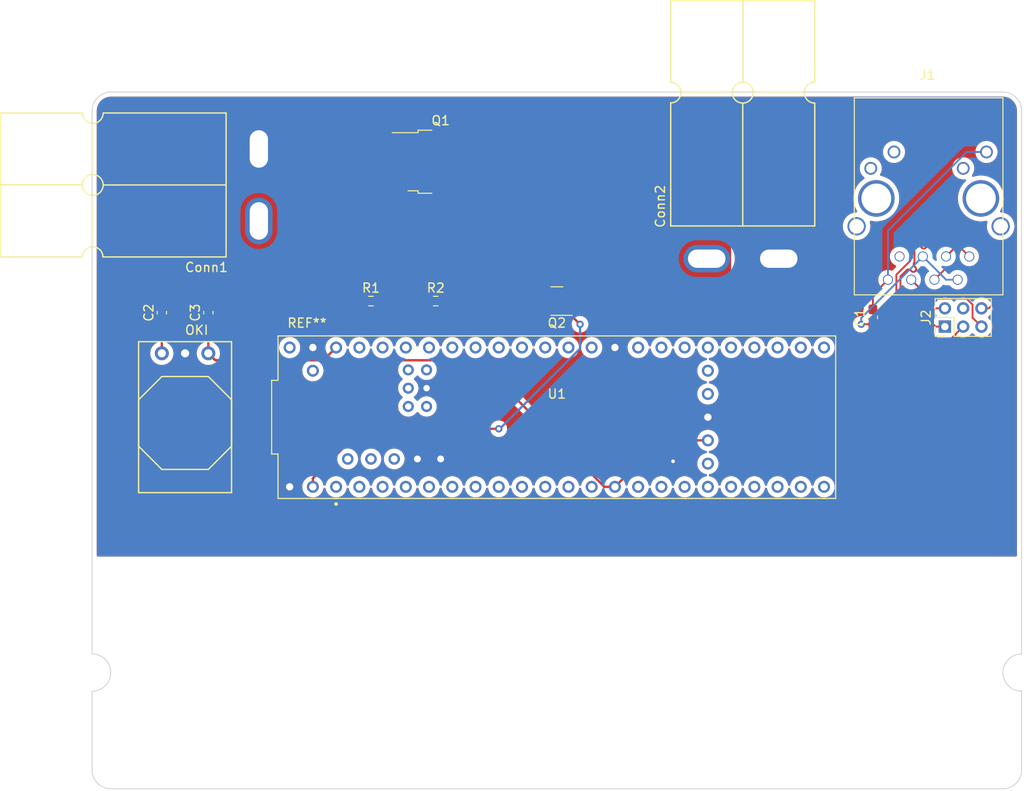
<source format=kicad_pcb>
(kicad_pcb (version 20211014) (generator pcbnew)
  (layers (0 "F.Cu" signal) (31 "B.Cu" signal) (34 "B.Paste" user) (35 "F.Paste" user) (36 "B.SilkS" user "B.Silkscreen") (37 "F.SilkS" user "F.Silkscreen") (38 "B.Mask" user) (39 "F.Mask" user) (44 "Edge.Cuts" user))
  (net 0 "")
  (net 1 "Net-(C1-Pad1)")
  (net 2 "Net-(C1-Pad2)")
  (net 3 "GND")
  (net 4 "+36V")
  (net 5 "Net-(Conn2-Pad4)")
  (net 8 "Net-(J1-Pad10)")
  (net 10 "/Tx+")
  (net 11 "/Tx-")
  (net 13 "/Rx+")
  (net 14 "/Rx-")
  (net 15 "Net-(Q1-Pad1)")
  (net 16 "M1_EN")
  (net 17 "Net-(Q2-Pad3)")
  (net 22 "+3V3")
  (footprint "MRDT_Connectors:Square_Anderson_2_H_Side_By_Side_PV" (layer "F.Cu") (at 99.6278 69.423)
    (fp_text reference "Conn1" (at -5.85 13.25) (layer "F.SilkS"))
    (fp_text value "AndersonPP")
    (fp_line (start -28.3186 4.2116) (end -19.4286 4.2116) (layer "F.SilkS") (width 0.15))
    (fp_line (start -16.025 -3.637) (end -17.1172 -3.637) (layer "F.SilkS") (width 0.15))
    (fp_line (start -18.2856 9.7996) (end -18.2856 10.968) (layer "F.SilkS") (width 0.15))
    (fp_line (start -18.2856 6.523) (end -18.2856 9.825) (layer "F.SilkS") (width 0.15))
    (fp_line (start -19.4286 -3.637) (end -20.6478 -3.637) (layer "F.SilkS") (width 0.15))
    (fp_line (start -3.706 -3.637) (end -3.706 12.111) (layer "F.SilkS") (width 0.15))
    (fp_line (start -18.2856 6.523) (end -18.2856 5.38) (layer "F.SilkS") (width 0.15))
    (fp_line (start -15.9742 12.111) (end -17.168 12.111) (layer "F.SilkS") (width 0.15))
    (fp_line (start -28.3186 -3.637) (end -20.5716 -3.637) (layer "F.SilkS") (width 0.15))
    (fp_line (start -15.9996 12.111) (end -3.706 12.111) (layer "F.SilkS") (width 0.15))
    (fp_line (start -18.2856 1.951) (end -18.2856 3.094) (layer "F.SilkS") (width 0.15))
    (fp_line (start -15.9996 4.237) (end -17.1426 4.237) (layer "F.SilkS") (width 0.15))
    (fp_line (start -15.9996 -3.637) (end -3.706 -3.637) (layer "F.SilkS") (width 0.15))
    (fp_line (start -28.344 -3.637) (end -28.344 12.111) (layer "F.SilkS") (width 0.15))
    (fp_line (start -18.2856 1.951) (end -18.2856 -1.3256) (layer "F.SilkS") (width 0.15))
    (fp_line (start -20.597 12.111) (end -19.4286 12.111) (layer "F.SilkS") (width 0.15))
    (fp_line (start -15.9996 4.237) (end -3.706 4.237) (layer "F.SilkS") (width 0.15))
    (fp_line (start -20.5716 12.111) (end -28.3186 12.111) (layer "F.SilkS") (width 0.15))
    (fp_line (start -18.2856 -2.494) (end -18.2856 -1.3256) (layer "F.SilkS") (width 0.15))
    (fp_arc (start -18.2856 10.9934) (mid -17.495337 11.320737) (end -17.168 12.111) (layer "F.SilkS") (width 0.15))
    (fp_arc (start -18.2856 -2.494) (mid -19.093823 -2.828777) (end -19.4286 -3.637) (layer "F.SilkS") (width 0.15))
    (fp_arc (start -19.4032 12.111) (mid -19.075863 11.320737) (end -18.2856 10.9934) (layer "F.SilkS") (width 0.15))
    (fp_arc (start -17.1426 -3.637) (mid -17.477377 -2.828777) (end -18.2856 -2.494) (layer "F.SilkS") (width 0.15))
    (fp_circle (center -18.2856 4.237) (end -18.2856 5.38) (layer "F.SilkS") (width 0.15) (fill none))
    (pad "1" thru_hole oval locked (at -0.1246 0.3) (size 3 5.1) (drill oval 2 4.1) (layers *.Cu *.Mask) (net 3 "GND"))
    (pad "4" thru_hole oval locked (at -0.1246 8.174) (size 3 5.1) (drill oval 2 4.1) (layers *.Cu *.Mask) (net 4 "+36V"))
  )
  (footprint "Package_TO_SOT_SMD:SOT-23" (layer "F.Cu") (at 132.08 86.36 180)
    (fp_text reference "Q2" (at 0 -2.4) (layer "F.SilkS"))
    (fp_text value "Q_NMOS_GSD")
    (fp_line (start 0 -1.56) (end -1.675 -1.56) (layer "F.SilkS") (width 0.12))
    (fp_line (start 0 1.56) (end 0.65 1.56) (layer "F.SilkS") (width 0.12))
    (fp_line (start 0 -1.56) (end 0.65 -1.56) (layer "F.SilkS") (width 0.12))
    (fp_line (start 0 1.56) (end -0.65 1.56) (layer "F.SilkS") (width 0.12))
    (pad "1" smd roundrect (at -0.9375 -0.95 180) (size 1.475 0.6) (layers "F.Cu" "F.Paste" "F.Mask") (net 16 "M1_EN"))
    (pad "2" smd roundrect (at -0.9375 0.95 180) (size 1.475 0.6) (layers "F.Cu" "F.Paste" "F.Mask") (net 3 "GND"))
    (pad "3" smd roundrect (at 0.9375 0 180) (size 1.475 0.6) (layers "F.Cu" "F.Paste" "F.Mask") (net 17 "Net-(Q2-Pad3)"))
  )
  (footprint "MRDT_Shields:Teensy_4_1_Vertical" (layer "F.Cu") (at 81.28 63.5)
    (fp_text reference "U1" (at 50.8 33.02) (layer "F.SilkS"))
    (fp_text value "Teensy4.1_DEV-16771")
    (fp_text user "REF**" (at 23.495 25.265) (layer "F.SilkS"))
    (fp_line (start 81.28 44.45) (end 20.32 44.45) (layer "F.SilkS") (width 0.127))
    (fp_line (start 19.62 39.59) (end 19.62 31.53) (layer "F.SilkS") (width 0.127))
    (fp_line (start 20.32 26.67) (end 20.32 31.53) (layer "F.SilkS") (width 0.127))
    (fp_line (start 20.32 31.53) (end 19.62 31.53) (layer "F.SilkS") (width 0.127))
    (fp_line (start 20.32 44.45) (end 20.32 39.59) (layer "F.SilkS") (width 0.127))
    (fp_line (start 20.32 39.59) (end 19.62 39.59) (layer "F.SilkS") (width 0.127))
    (fp_line (start 81.28 26.67) (end 81.28 44.45) (layer "F.SilkS") (width 0.127))
    (fp_line (start 20.32 26.67) (end 81.28 26.67) (layer "F.SilkS") (width 0.127))
    (fp_circle (center 26.67 45.06) (end 26.77 45.06) (layer "F.SilkS") (width 0.2) (fill none))
    (pad "0" thru_hole circle locked (at 24.13 43.18) (size 1.308 1.308) (drill 0.8) (layers *.Cu *.Mask) (net 16 "M1_EN"))
    (pad "1" thru_hole circle locked (at 26.67 43.18) (size 1.308 1.308) (drill 0.8) (layers *.Cu *.Mask))
    (pad "2" thru_hole circle locked (at 29.21 43.18) (size 1.308 1.308) (drill 0.8) (layers *.Cu *.Mask))
    (pad "3" thru_hole circle locked (at 31.75 43.18) (size 1.308 1.308) (drill 0.8) (layers *.Cu *.Mask))
    (pad "3.3V_1" thru_hole circle locked (at 57.15 43.18) (size 1.308 1.308) (drill 0.8) (layers *.Cu *.Mask) (net 22 "+3V3"))
    (pad "3.3V_2" thru_hole circle locked (at 26.67 27.94) (size 1.308 1.308) (drill 0.8) (layers *.Cu *.Mask) (net 22 "+3V3"))
    (pad "3.3V_3" thru_hole circle locked (at 67.31 38.1) (size 1.308 1.308) (drill 0.8) (layers *.Cu *.Mask) (net 22 "+3V3"))
    (pad "4" thru_hole circle locked (at 34.29 43.18) (size 1.308 1.308) (drill 0.8) (layers *.Cu *.Mask))
    (pad "5" thru_hole circle locked (at 36.83 43.18) (size 1.308 1.308) (drill 0.8) (layers *.Cu *.Mask))
    (pad "5V" thru_hole circle locked (at 27.94 40.13) (size 1.258 1.258) (drill 0.75) (layers *.Cu *.Mask))
    (pad "6" thru_hole circle locked (at 39.37 43.18) (size 1.308 1.308) (drill 0.8) (layers *.Cu *.Mask))
    (pad "7" thru_hole circle locked (at 41.91 43.18) (size 1.308 1.308) (drill 0.8) (layers *.Cu *.Mask))
    (pad "8" thru_hole circle locked (at 44.45 43.18) (size 1.308 1.308) (drill 0.8) (layers *.Cu *.Mask))
    (pad "9" thru_hole circle locked (at 46.99 43.18) (size 1.308 1.308) (drill 0.8) (layers *.Cu *.Mask))
    (pad "10" thru_hole circle locked (at 49.53 43.18) (size 1.308 1.308) (drill 0.8) (layers *.Cu *.Mask))
    (pad "11" thru_hole circle locked (at 52.07 43.18) (size 1.308 1.308) (drill 0.8) (layers *.Cu *.Mask))
    (pad "12" thru_hole circle locked (at 54.61 43.18) (size 1.308 1.308) (drill 0.8) (layers *.Cu *.Mask))
    (pad "13" thru_hole circle locked (at 54.61 27.94) (size 1.308 1.308) (drill 0.8) (layers *.Cu *.Mask))
    (pad "14" thru_hole circle locked (at 52.07 27.94) (size 1.308 1.308) (drill 0.8) (layers *.Cu *.Mask))
    (pad "15" thru_hole circle locked (at 49.53 27.94) (size 1.308 1.308) (drill 0.8) (layers *.Cu *.Mask))
    (pad "16" thru_hole circle locked (at 46.99 27.94) (size 1.308 1.308) (drill 0.8) (layers *.Cu *.Mask))
    (pad "17" thru_hole circle locked (at 44.45 27.94) (size 1.308 1.308) (drill 0.8) (layers *.Cu *.Mask))
    (pad "18" thru_hole circle locked (at 41.91 27.94) (size 1.308 1.308) (drill 0.8) (layers *.Cu *.Mask))
    (pad "19" thru_hole circle locked (at 39.37 27.94) (size 1.308 1.308) (drill 0.8) (layers *.Cu *.Mask))
    (pad "20" thru_hole circle locked (at 36.83 27.94) (size 1.308 1.308) (drill 0.8) (layers *.Cu *.Mask))
    (pad "21" thru_hole circle locked (at 34.29 27.94) (size 1.308 1.308) (drill 0.8) (layers *.Cu *.Mask))
    (pad "22" thru_hole circle locked (at 31.75 27.94) (size 1.308 1.308) (drill 0.8) (layers *.Cu *.Mask))
    (pad "23" thru_hole circle locked (at 29.21 27.94) (size 1.308 1.308) (drill 0.8) (layers *.Cu *.Mask))
    (pad "24" thru_hole circle locked (at 59.69 43.18) (size 1.308 1.308) (drill 0.8) (layers *.Cu *.Mask))
    (pad "25" thru_hole circle locked (at 62.23 43.18) (size 1.308 1.308) (drill 0.8) (layers *.Cu *.Mask))
    (pad "26" thru_hole circle locked (at 64.77 43.18) (size 1.308 1.308) (drill 0.8) (layers *.Cu *.Mask))
    (pad "27" thru_hole circle locked (at 67.31 43.18) (size 1.308 1.308) (drill 0.8) (layers *.Cu *.Mask))
    (pad "28" thru_hole circle locked (at 69.85 43.18) (size 1.308 1.308) (drill 0.8) (layers *.Cu *.Mask))
    (pad "29" thru_hole circle locked (at 72.39 43.18) (size 1.308 1.308) (drill 0.8) (layers *.Cu *.Mask))
    (pad "30" thru_hole circle locked (at 74.93 43.18) (size 1.308 1.308) (drill 0.8) (layers *.Cu *.Mask))
    (pad "31" thru_hole circle locked (at 77.47 43.18) (size 1.308 1.308) (drill 0.8) (layers *.Cu *.Mask))
    (pad "32" thru_hole circle locked (at 80.01 43.18) (size 1.308 1.308) (drill 0.8) (layers *.Cu *.Mask))
    (pad "33" thru_hole circle locked (at 80.01 27.94) (size 1.308 1.308) (drill 0.8) (layers *.Cu *.Mask))
    (pad "34" thru_hole circle locked (at 77.47 27.94) (size 1.308 1.308) (drill 0.8) (layers *.Cu *.Mask))
    (pad "35" thru_hole circle locked (at 74.93 27.94) (size 1.308 1.308) (drill 0.8) (layers *.Cu *.Mask))
    (pad "36" thru_hole circle locked (at 72.39 27.94) (size 1.308 1.308) (drill 0.8) (layers *.Cu *.Mask))
    (pad "37" thru_hole circle locked (at 69.85 27.94) (size 1.308 1.308) (drill 0.8) (layers *.Cu *.Mask))
    (pad "38" thru_hole circle locked (at 67.31 27.94) (size 1.308 1.308) (drill 0.8) (layers *.Cu *.Mask))
    (pad "39" thru_hole circle locked (at 64.77 27.94) (size 1.308 1.308) (drill 0.8) (layers *.Cu *.Mask))
    (pad "40" thru_hole circle locked (at 62.23 27.94) (size 1.308 1.308) (drill 0.8) (layers *.Cu *.Mask))
    (pad "41" thru_hole circle locked (at 59.69 27.94) (size 1.308 1.308) (drill 0.8) (layers *.Cu *.Mask))
    (pad "D+" thru_hole circle locked (at 33.02 40.13 180) (size 1.258 1.258) (drill 0.75) (layers *.Cu *.Mask))
    (pad "D-" thru_hole circle locked (at 30.48 40.13) (size 1.258 1.258) (drill 0.75) (layers *.Cu *.Mask))
    (pad "GND1" thru_hole circle locked (at 21.59 43.18) (size 1.308 1.308) (drill 0.8) (layers *.Cu *.Mask) (net 3 "GND"))
    (pad "GND2" thru_hole circle locked (at 57.15 27.94) (size 1.308 1.308) (drill 0.8) (layers *.Cu *.Mask) (net 3 "GND"))
    (pad "GND3" thru_hole circle locked (at 24.13 27.94) (size 1.308 1.308) (drill 0.8) (layers *.Cu *.Mask) (net 3 "GND"))
    (pad "GND4" thru_hole circle locked (at 67.31 35.56) (size 1.308 1.308) (drill 0.8) (layers *.Cu *.Mask) (net 3 "GND"))
    (pad "GND5" thru_hole circle locked (at 36.56 32.39) (size 1.208 1.208) (drill 0.7) (layers *.Cu *.Mask) (net 3 "GND"))
    (pad "LED" thru_hole circle locked (at 34.56 32.39) (size 1.208 1.208) (drill 0.7) (layers *.Cu *.Mask))
    (pad "ON/OFF" thru_hole circle locked (at 67.31 30.48) (size 1.308 1.308) (drill 0.8) (layers *.Cu *.Mask))
    (pad "PROGRAM" thru_hole circle locked (at 67.31 33.02) (size 1.308 1.308) (drill 0.8) (layers *.Cu *.Mask))
    (pad "R+" thru_hole circle locked (at 34.56 30.39) (size 1.208 1.208) (drill 0.7) (layers *.Cu *.Mask))
    (pad "R-" thru_hole circle locked (at 36.56 30.39) (size 1.208 1.208) (drill 0.7) (layers *.Cu *.Mask))
    (pad "T+" thru_hole circle locked (at 36.56 34.39) (size 1.208 1.208) (drill 0.7) (layers *.Cu *.Mask))
    (pad "T-" thru_hole circle locked (at 34.56 34.39 270) (size 1.208 1.208) (drill 0.7) (layers *.Cu *.Mask))
    (pad "USB_GND1" thru_hole circle locked (at 35.56 40.13 180) (size 1.258 1.258) (drill 0.75) (layers *.Cu *.Mask) (net 3 "GND"))
    (pad "USB_GND2" thru_hole circle locked (at 38.1 40.13) (size 1.258 1.258) (drill 0.75) (layers *.Cu *.Mask) (net 3 "GND"))
    (pad "VBAT" thru_hole circle locked (at 67.31 40.64) (size 1.308 1.308) (drill 0.8) (layers *.Cu *.Mask))
    (pad "VIN" thru_hole circle locked (at 21.59 27.94) (size 1.308 1.308) (drill 0.8) (layers *.Cu *.Mask))
    (pad "VUSB" thru_hole circle locked (at 24.13 30.48) (size 1.308 1.308) (drill 0.8) (layers *.Cu *.Mask))
  )
  (footprint "MRDT_Connectors:RJ45_Teensy" (layer "F.Cu") (at 172.595 62.1325 180)
    (fp_text reference "J1" (at 0 0.5) (layer "F.SilkS"))
    (fp_text value "RJ45_LED_Shielded")
    (fp_line (start -8.25 -23.55) (end 8 -23.55) (layer "F.SilkS") (width 0.12))
    (fp_line (start 8 -2) (end 8 -23.55) (layer "F.SilkS") (width 0.12))
    (fp_line (start -8.25 -2) (end 8 -2) (layer "F.SilkS") (width 0.12))
    (fp_line (start -8.25 -2) (end -8.25 -23.55) (layer "F.SilkS") (width 0.12))
    (pad "1" thru_hole circle locked (at -4.57 -19.35 180) (size 1.1 1.1) (drill 0.9) (layers *.Cu *.Mask) (net 10 "/Tx+"))
    (pad "2" thru_hole circle locked (at -3.3 -21.89 180) (size 1.1 1.1) (drill 0.9) (layers *.Cu *.Mask) (net 1 "Net-(C1-Pad1)"))
    (pad "3" thru_hole circle locked (at -2.03 -19.35 180) (size 1.1 1.1) (drill 0.9) (layers *.Cu *.Mask) (net 11 "/Tx-"))
    (pad "4" thru_hole circle locked (at -0.76 -21.89 180) (size 1.1 1.1) (drill 0.9) (layers *.Cu *.Mask) (net 13 "/Rx+"))
    (pad "5" thru_hole circle locked (at 0.51 -19.35 180) (size 1.1 1.1) (drill 0.9) (layers *.Cu *.Mask) (net 1 "Net-(C1-Pad1)"))
    (pad "6" thru_hole circle locked (at 1.78 -21.89 180) (size 1.1 1.1) (drill 0.9) (layers *.Cu *.Mask) (net 14 "/Rx-"))
    (pad "7" thru_hole circle locked (at 3.05 -19.35 180) (size 1.1 1.1) (drill 0.9) (layers *.Cu *.Mask))
    (pad "8" thru_hole circle locked (at 4.32 -21.89 180) (size 1.1 1.1) (drill 0.9) (layers *.Cu *.Mask) (net 2 "Net-(C1-Pad2)"))
    (pad "9" thru_hole circle locked (at -6.45 -7.92 180) (size 1.4 1.4) (drill 1.02) (layers *.Cu *.Mask) (net 2 "Net-(C1-Pad2)"))
    (pad "10" thru_hole circle locked (at -3.91 -9.71 180) (size 1.4 1.4) (drill 1.02) (layers *.Cu *.Mask) (net 8 "Net-(J1-Pad10)"))
    (pad "11" thru_hole circle locked (at 3.66 -7.92 180) (size 1.4 1.4) (drill 1.02) (layers *.Cu *.Mask))
    (pad "12" thru_hole circle locked (at 6.2 -9.71 180) (size 1.4 1.4) (drill 1.02) (layers *.Cu *.Mask))
    (pad "13" thru_hole circle locked (at -5.84 -13 180) (size 4 4) (drill 3.25) (layers *.Cu *.Mask))
    (pad "14" thru_hole circle locked (at 5.59 -13 180) (size 4 4) (drill 3.25) (layers *.Cu *.Mask))
    (pad "SH" thru_hole circle locked (at -8 -16.05 180) (size 2 2) (drill 1.6) (layers *.Cu *.Mask))
    (pad "SH" thru_hole circle locked (at 7.75 -16.05 180) (size 2 2) (drill 1.6) (layers *.Cu *.Mask))
  )
  (footprint "Resistor_SMD:R_0603_1608Metric_Pad0.98x0.95mm_HandSolder" (layer "F.Cu") (at 111.76 86.36)
    (fp_text reference "R1" (at 0 -1.43) (layer "F.SilkS"))
    (fp_text value "10k")
    (fp_line (start -0.254724 -0.5225) (end 0.254724 -0.5225) (layer "F.SilkS") (width 0.12))
    (fp_line (start -0.254724 0.5225) (end 0.254724 0.5225) (layer "F.SilkS") (width 0.12))
    (pad "1" smd roundrect (at -0.9125 0) (size 0.975 0.95) (layers "F.Cu" "F.Paste" "F.Mask") (net 4 "+36V"))
    (pad "2" smd roundrect (at 0.9125 0) (size 0.975 0.95) (layers "F.Cu" "F.Paste" "F.Mask") (net 15 "Net-(Q1-Pad1)"))
  )
  (footprint "Capacitor_SMD:C_0603_1608Metric_Pad1.08x0.95mm_HandSolder" (layer "F.Cu") (at 88.9 87.63 90)
    (fp_text reference "C2" (at 0 -1.43 90) (layer "F.SilkS"))
    (fp_text value "10uF")
    (fp_line (start -0.146267 0.51) (end 0.146267 0.51) (layer "F.SilkS") (width 0.12))
    (fp_line (start -0.146267 -0.51) (end 0.146267 -0.51) (layer "F.SilkS") (width 0.12))
    (pad "1" smd roundrect (at -0.8625 0 90) (size 1.075 0.95) (layers "F.Cu" "F.Paste" "F.Mask") (net 4 "+36V"))
    (pad "2" smd roundrect (at 0.8625 0 90) (size 1.075 0.95) (layers "F.Cu" "F.Paste" "F.Mask") (net 3 "GND"))
  )
  (footprint "Connector_PinHeader_2.00mm:PinHeader_2x03_P2.00mm_Vertical" (layer "F.Cu") (at 174.498 89.154 90)
    (fp_text reference "J2" (at 1 -2.06 90) (layer "F.SilkS"))
    (fp_text value "Conn_02x03_Counter_Clockwise")
    (fp_line (start -1.06 -1.06) (end 0 -1.06) (layer "F.SilkS") (width 0.12))
    (fp_line (start 1 1) (end 1 -1.06) (layer "F.SilkS") (width 0.12))
    (fp_line (start -1.06 5.06) (end 3.06 5.06) (layer "F.SilkS") (width 0.12))
    (fp_line (start -1.06 0) (end -1.06 -1.06) (layer "F.SilkS") (width 0.12))
    (fp_line (start -1.06 1) (end -1.06 5.06) (layer "F.SilkS") (width 0.12))
    (fp_line (start 3.06 -1.06) (end 3.06 5.06) (layer "F.SilkS") (width 0.12))
    (fp_line (start -1.06 1) (end 1 1) (layer "F.SilkS") (width 0.12))
    (fp_line (start 1 -1.06) (end 3.06 -1.06) (layer "F.SilkS") (width 0.12))
    (pad "1" thru_hole rect (at 0 0 90) (size 1.35 1.35) (drill 0.8) (layers *.Cu *.Mask) (net 10 "/Tx+"))
    (pad "2" thru_hole oval (at 2 0 90) (size 1.35 1.35) (drill 0.8) (layers *.Cu *.Mask) (net 11 "/Tx-"))
    (pad "3" thru_hole oval (at 0 2 90) (size 1.35 1.35) (drill 0.8) (layers *.Cu *.Mask) (net 2 "Net-(C1-Pad2)"))
    (pad "4" thru_hole oval (at 2 2 90) (size 1.35 1.35) (drill 0.8) (layers *.Cu *.Mask) (net 8 "Net-(J1-Pad10)"))
    (pad "5" thru_hole oval (at 0 4 90) (size 1.35 1.35) (drill 0.8) (layers *.Cu *.Mask) (net 14 "/Rx-"))
    (pad "6" thru_hole oval (at 2 4 90) (size 1.35 1.35) (drill 0.8) (layers *.Cu *.Mask) (net 13 "/Rx+"))
  )
  (footprint "MRDT_Connectors:Square_Anderson_2_H_Side_By_Side_PV" (layer "F.Cu") (at 156.637 81.8478 -90)
    (fp_text reference "Conn2" (at -5.85 13.25 90) (layer "F.SilkS"))
    (fp_text value "AndersonPP")
    (fp_line (start -18.2856 -2.494) (end -18.2856 -1.3256) (layer "F.SilkS") (width 0.15))
    (fp_line (start -15.9996 -3.637) (end -3.706 -3.637) (layer "F.SilkS") (width 0.15))
    (fp_line (start -15.9996 12.111) (end -3.706 12.111) (layer "F.SilkS") (width 0.15))
    (fp_line (start -28.3186 -3.637) (end -20.5716 -3.637) (layer "F.SilkS") (width 0.15))
    (fp_line (start -15.9996 4.237) (end -3.706 4.237) (layer "F.SilkS") (width 0.15))
    (fp_line (start -18.2856 1.951) (end -18.2856 -1.3256) (layer "F.SilkS") (width 0.15))
    (fp_line (start -28.344 -3.637) (end -28.344 12.111) (layer "F.SilkS") (width 0.15))
    (fp_line (start -18.2856 6.523) (end -18.2856 5.38) (layer "F.SilkS") (width 0.15))
    (fp_line (start -18.2856 9.7996) (end -18.2856 10.968) (layer "F.SilkS") (width 0.15))
    (fp_line (start -15.9996 4.237) (end -17.1426 4.237) (layer "F.SilkS") (width 0.15))
    (fp_line (start -20.597 12.111) (end -19.4286 12.111) (layer "F.SilkS") (width 0.15))
    (fp_line (start -15.9742 12.111) (end -17.168 12.111) (layer "F.SilkS") (width 0.15))
    (fp_line (start -20.5716 12.111) (end -28.3186 12.111) (layer "F.SilkS") (width 0.15))
    (fp_line (start -3.706 -3.637) (end -3.706 12.111) (layer "F.SilkS") (width 0.15))
    (fp_line (start -18.2856 1.951) (end -18.2856 3.094) (layer "F.SilkS") (width 0.15))
    (fp_line (start -16.025 -3.637) (end -17.1172 -3.637) (layer "F.SilkS") (width 0.15))
    (fp_line (start -28.3186 4.2116) (end -19.4286 4.2116) (layer "F.SilkS") (width 0.15))
    (fp_line (start -18.2856 6.523) (end -18.2856 9.825) (layer "F.SilkS") (width 0.15))
    (fp_line (start -19.4286 -3.637) (end -20.6478 -3.637) (layer "F.SilkS") (width 0.15))
    (fp_arc (start -18.2856 10.9934) (mid -17.495337 11.320737) (end -17.168 12.111) (layer "F.SilkS") (width 0.15))
    (fp_arc (start -18.2856 -2.494) (mid -19.093823 -2.828777) (end -19.4286 -3.637) (layer "F.SilkS") (width 0.15))
    (fp_arc (start -19.4032 12.111) (mid -19.075863 11.320737) (end -18.2856 10.9934) (layer "F.SilkS") (width 0.15))
    (fp_arc (start -17.1426 -3.637) (mid -17.477377 -2.828777) (end -18.2856 -2.494) (layer "F.SilkS") (width 0.15))
    (fp_circle (center -18.2856 4.237) (end -18.2856 5.38) (layer "F.SilkS") (width 0.15) (fill none))
    (pad "1" thru_hole oval locked (at -0.1246 0.3 270) (size 3 5.1) (drill oval 2 4.1) (layers *.Cu *.Mask) (net 3 "GND"))
    (pad "4" thru_hole oval locked (at -0.1246 8.174 270) (size 3 5.1) (drill oval 2 4.1) (layers *.Cu *.Mask) (net 5 "Net-(Conn2-Pad4)"))
  )
  (footprint "Resistor_SMD:R_0603_1608Metric_Pad0.98x0.95mm_HandSolder" (layer "F.Cu") (at 118.84 86.36)
    (fp_text reference "R2" (at 0 -1.43) (layer "F.SilkS"))
    (fp_text value "22k")
    (fp_line (start -0.254724 -0.5225) (end 0.254724 -0.5225) (layer "F.SilkS") (width 0.12))
    (fp_line (start -0.254724 0.5225) (end 0.254724 0.5225) (layer "F.SilkS") (width 0.12))
    (pad "1" smd roundrect (at -0.9125 0) (size 0.975 0.95) (layers "F.Cu" "F.Paste" "F.Mask") (net 15 "Net-(Q1-Pad1)"))
    (pad "2" smd roundrect (at 0.9125 0) (size 0.975 0.95) (layers "F.Cu" "F.Paste" "F.Mask") (net 17 "Net-(Q2-Pad3)"))
  )
  (footprint "Capacitor_SMD:C_0603_1608Metric_Pad1.08x0.95mm_HandSolder" (layer "F.Cu") (at 166.624 88.138 90)
    (fp_text reference "C1" (at 0 -1.43 90) (layer "F.SilkS"))
    (fp_text value "C")
    (fp_line (start -0.146267 -0.51) (end 0.146267 -0.51) (layer "F.SilkS") (width 0.12))
    (fp_line (start -0.146267 0.51) (end 0.146267 0.51) (layer "F.SilkS") (width 0.12))
    (pad "1" smd roundrect (at -0.8625 0 90) (size 1.075 0.95) (layers "F.Cu" "F.Paste" "F.Mask") (net 1 "Net-(C1-Pad1)"))
    (pad "2" smd roundrect (at 0.8625 0 90) (size 1.075 0.95) (layers "F.Cu" "F.Paste" "F.Mask") (net 2 "Net-(C1-Pad2)"))
  )
  (footprint "Package_TO_SOT_SMD:TO-252-2" (layer "F.Cu") (at 119.38 71.12)
    (fp_text reference "Q1" (at 0 -4.5) (layer "F.SilkS"))
    (fp_text value "Q_PMOS_GDS")
    (fp_line (start -0.97 3.45) (end -2.47 3.45) (layer "F.SilkS") (width 0.12))
    (fp_line (start -2.47 -3.45) (end -2.47 -3.18) (layer "F.SilkS") (width 0.12))
    (fp_line (start -2.47 -3.18) (end -5.3 -3.18) (layer "F.SilkS") (width 0.12))
    (fp_line (start -0.97 -3.45) (end -2.47 -3.45) (layer "F.SilkS") (width 0.12))
    (fp_line (start -2.47 3.45) (end -2.47 3.18) (layer "F.SilkS") (width 0.12))
    (fp_line (start -2.47 3.18) (end -3.57 3.18) (layer "F.SilkS") (width 0.12))
    (pad "1" smd rect (at -4.2 -2.28) (size 2.2 1.2) (layers "F.Cu" "F.Paste" "F.Mask") (net 15 "Net-(Q1-Pad1)"))
    (pad "2" smd rect (at 2.1 0) (size 6.4 5.8) (layers "F.Cu" "F.Mask") (net 5 "Net-(Conn2-Pad4)"))
    (pad "3" smd rect (at -4.2 2.28) (size 2.2 1.2) (layers "F.Cu" "F.Paste" "F.Mask") (net 4 "+36V"))
  )
  (footprint "MRDT_Devices:OKI_Horizontal" (layer "F.Cu") (at 88.9 92.075)
    (fp_text reference "U2" hide)
    (fp_text value "OKI" (at 3.81 -2.54) (layer "F.SilkS"))
    (fp_line (start -2.54 15.24) (end -2.54 -1.27) (layer "F.SilkS") (width 0.15))
    (fp_line (start 7.62 10.16) (end 5.08 12.7) (layer "F.SilkS") (width 0.15))
    (fp_line (start 0 12.7) (end -2.54 10.16) (layer "F.SilkS") (width 0.15))
    (fp_line (start 0 2.54) (end 5.08 2.54) (layer "F.SilkS") (width 0.15))
    (fp_line (start 7.62 5.08) (end 7.62 10.16) (layer "F.SilkS") (width 0.15))
    (fp_line (start 7.62 -1.27) (end 7.62 15.24) (layer "F.SilkS") (width 0.15))
    (fp_line (start -2.54 5.08) (end 0 2.54) (layer "F.SilkS") (width 0.15))
    (fp_line (start -2.54 -1.27) (end 7.62 -1.27) (layer "F.SilkS") (width 0.15))
    (fp_line (start -2.54 10.16) (end -2.54 5.08) (layer "F.SilkS") (width 0.15))
    (fp_line (start 5.08 12.7) (end 0 12.7) (layer "F.SilkS") (width 0.15))
    (fp_line (start 5.08 2.54) (end 7.62 5.08) (layer "F.SilkS") (width 0.15))
    (fp_line (start -2.54 15.24) (end 7.62 15.24) (layer "F.SilkS") (width 0.15))
    (pad "1" thru_hole circle locked (at 0 0) (size 1.524 1.524) (drill 0.889) (layers *.Cu *.Mask) (net 4 "+36V"))
    (pad "2" thru_hole circle locked (at 2.54 0) (size 1.524 1.524) (drill 0.889) (layers *.Cu *.Mask) (net 3 "GND"))
    (pad "3" thru_hole circle locked (at 5.08 0) (size 1.524 1.524) (drill 0.889) (layers *.Cu *.Mask) (net 22 "+3V3"))
  )
  (footprint "Capacitor_SMD:C_0603_1608Metric_Pad1.08x0.95mm_HandSolder" (layer "F.Cu") (at 93.98 87.63 90)
    (fp_text reference "C3" (at 0 -1.43 90) (layer "F.SilkS"))
    (fp_text value "10uF")
    (fp_line (start -0.146267 -0.51) (end 0.146267 -0.51) (layer "F.SilkS") (width 0.12))
    (fp_line (start -0.146267 0.51) (end 0.146267 0.51) (layer "F.SilkS") (width 0.12))
    (pad "1" smd roundrect (at -0.8625 0 90) (size 1.075 0.95) (layers "F.Cu" "F.Paste" "F.Mask") (net 22 "+3V3"))
    (pad "2" smd roundrect (at 0.8625 0 90) (size 1.075 0.95) (layers "F.Cu" "F.Paste" "F.Mask") (net 3 "GND"))
  )
  (gr_line (start 81.28 124.968) (end 81.28 65.532) (layer "Edge.Cuts") (width 0.1))
  (gr_line (start 81.28 137.668) (end 81.28 129.032) (layer "Edge.Cuts") (width 0.1))
  (gr_line (start 182.88 65.532) (end 182.88 124.968) (layer "Edge.Cuts") (width 0.1))
  (gr_arc (start 182.88 129.032) (mid 180.848 127) (end 182.88 124.968) (layer "Edge.Cuts") (width 0.1))
  (gr_line (start 180.848 139.7) (end 83.312 139.7) (layer "Edge.Cuts") (width 0.1))
  (gr_arc (start 180.848 63.5) (mid 182.284841 64.095159) (end 182.88 65.532) (layer "Edge.Cuts") (width 0.1))
  (gr_arc (start 182.88 137.668) (mid 182.284841 139.104841) (end 180.848 139.7) (layer "Edge.Cuts") (width 0.1))
  (gr_arc (start 83.312 139.7) (mid 81.875159 139.104841) (end 81.28 137.668) (layer "Edge.Cuts") (width 0.1))
  (gr_line (start 83.312 63.5) (end 180.848 63.5) (layer "Edge.Cuts") (width 0.1))
  (gr_arc (start 81.28 65.532) (mid 81.875159 64.095159) (end 83.312 63.5) (layer "Edge.Cuts") (width 0.1))
  (gr_line (start 182.88 129.032) (end 182.88 137.668) (layer "Edge.Cuts") (width 0.1))
  (gr_arc (start 81.28 124.968) (mid 83.312 127) (end 81.28 129.032) (layer "Edge.Cuts") (width 0.1))
  (segment (start 166.5235 88.9) (end 166.624 89.0005) (width 0.2) (layer "F.Cu") (net 1))
  (segment (start 165.354 88.9) (end 166.5235 88.9) (width 0.2) (layer "F.Cu") (net 1))
  (via (at 165.354 88.9) (size 0.8) (drill 0.4) (layers "F.Cu" "B.Cu") (net 1))
  (segment (start 174.625 84.0225) (end 175.895 84.0225) (width 0.2) (layer "B.Cu") (net 1))
  (segment (start 172.085 81.4825) (end 165.354 88.2135) (width 0.2) (layer "B.Cu") (net 1))
  (segment (start 172.085 81.4825) (end 174.625 84.0225) (width 0.2) (layer "B.Cu") (net 1))
  (segment (start 165.354 88.2135) (end 165.354 88.9) (width 0.2) (layer "B.Cu") (net 1))
  (segment (start 176.498 89.154) (end 175.09011 90.56189) (width 0.2) (layer "F.Cu") (net 2))
  (segment (start 175.09011 90.56189) (end 169.91039 90.56189) (width 0.2) (layer "F.Cu") (net 2))
  (segment (start 169.91039 90.56189) (end 166.624 87.2755) (width 0.2) (layer "F.Cu") (net 2))
  (segment (start 166.624 85.6735) (end 168.275 84.0225) (width 0.2) (layer "F.Cu") (net 2))
  (segment (start 166.624 87.2755) (end 166.624 85.6735) (width 0.2) (layer "F.Cu") (net 2))
  (segment (start 179.045 70.0525) (end 176.880786 70.0525) (width 0.2) (layer "B.Cu") (net 2))
  (segment (start 168.275 78.658286) (end 168.275 84.0225) (width 0.2) (layer "B.Cu") (net 2))
  (segment (start 176.880786 70.0525) (end 168.275 78.658286) (width 0.2) (layer "B.Cu") (net 2))
  (via (at 144.78 103.886) (size 0.8) (drill 0.4) (layers "F.Cu" "B.Cu") (net 3))
  (segment (start 99.5032 77.597) (end 99.5032 80.4532) (width 0.254) (layer "F.Cu") (net 4))
  (segment (start 99.5032 77.597) (end 110.983 77.597) (width 1.27) (layer "F.Cu") (net 4))
  (segment (start 105.41 86.36) (end 110.8475 86.36) (width 0.254) (layer "F.Cu") (net 4))
  (segment (start 110.983 77.597) (end 115.18 73.4) (width 1.27) (layer "F.Cu") (net 4))
  (segment (start 99.5032 80.4532) (end 105.41 86.36) (width 0.254) (layer "F.Cu") (net 4))
  (segment (start 99.5032 77.597) (end 99.5032 77.8893) (width 0.254) (layer "F.Cu") (net 4))
  (segment (start 99.5032 77.8893) (end 88.9 88.4925) (width 0.254) (layer "F.Cu") (net 4))
  (segment (start 88.9 88.4925) (end 88.9 92.075) (width 0.254) (layer "F.Cu") (net 4))
  (segment (start 175.547119 79.023) (end 176.120001 79.595882) (width 0.2) (layer "F.Cu") (net 10))
  (segment (start 170.717 81.9488) (end 170.717 80.315908) (width 0.2) (layer "F.Cu") (net 10))
  (segment (start 176.120001 79.595882) (end 176.120001 80.437501) (width 0.2) (layer "F.Cu") (net 10))
  (segment (start 170.717 80.315908) (end 172.009908 79.023) (width 0.2) (layer "F.Cu") (net 10))
  (segment (start 172.009908 79.023) (end 175.547119 79.023) (width 0.2) (layer "F.Cu") (net 10))
  (segment (start 169.193 83.4728) (end 170.717 81.9488) (width 0.2) (layer "F.Cu") (net 10))
  (segment (start 169.193 86.1992) (end 169.193 83.4728) (width 0.2) (layer "F.Cu") (net 10))
  (segment (start 172.710499 88.379) (end 171.3728 88.379) (width 0.2) (layer "F.Cu") (net 10))
  (segment (start 174.498 89.154) (end 173.485499 89.154) (width 0.2) (layer "F.Cu") (net 10))
  (segment (start 171.3728 88.379) (end 169.193 86.1992) (width 0.2) (layer "F.Cu") (net 10))
  (segment (start 176.120001 80.437501) (end 177.165 81.4825) (width 0.2) (layer "F.Cu") (net 10))
  (segment (start 173.485499 89.154) (end 172.710499 88.379) (width 0.2) (layer "F.Cu") (net 10))
  (segment (start 170.318472 82.983731) (end 170.318471 82.98373) (width 0.2) (layer "F.Cu") (net 11))
  (segment (start 170.318471 82.98373) (end 169.643 83.6592) (width 0.2) (layer "F.Cu") (net 11))
  (segment (start 171.166999 82.559466) (end 171.267218 82.659685) (width 0.2) (layer "F.Cu") (net 11))
  (segment (start 171.978328 80.527815) (end 171.772044 80.321531) (width 0.2) (layer "F.Cu") (net 11))
  (segment (start 172.196307 79.897266) (end 172.402592 80.103551) (width 0.2) (layer "F.Cu") (net 11))
  (segment (start 171.34778 80.321531) (end 171.347779 80.32153) (width 0.2) (layer "F.Cu") (net 11))
  (segment (start 169.643 83.6592) (end 169.643 86.0128) (width 0.2) (layer "F.Cu") (net 11))
  (segment (start 169.643 86.0128) (end 171.5592 87.929) (width 0.2) (layer "F.Cu") (net 11))
  (segment (start 173.485499 87.154) (end 174.498 87.154) (width 0.2) (layer "F.Cu") (net 11))
  (segment (start 171.167 80.502308) (end 171.167 82.1352) (width 0.2) (layer "F.Cu") (net 11))
  (segment (start 175.669999 79.78228) (end 175.360719 79.473) (width 0.2) (layer "F.Cu") (net 11))
  (segment (start 171.347779 80.32153) (end 171.167 80.502308) (width 0.2) (layer "F.Cu") (net 11))
  (segment (start 172.196308 79.897266) (end 172.196307 79.897266) (width 0.2) (layer "F.Cu") (net 11))
  (segment (start 175.669999 80.437501) (end 175.669999 79.78228) (width 0.2) (layer "F.Cu") (net 11))
  (segment (start 172.710499 87.929) (end 173.485499 87.154) (width 0.2) (layer "F.Cu") (net 11))
  (segment (start 175.360719 79.473) (end 172.196308 79.473) (width 0.2) (layer "F.Cu") (net 11))
  (segment (start 170.842954 83.083949) (end 170.742736 82.983731) (width 0.2) (layer "F.Cu") (net 11))
  (segment (start 174.625 81.4825) (end 175.669999 80.437501) (width 0.2) (layer "F.Cu") (net 11))
  (segment (start 171.167 82.559466) (end 171.166999 82.559466) (width 0.2) (layer "F.Cu") (net 11))
  (segment (start 171.5592 87.929) (end 172.710499 87.929) (width 0.2) (layer "F.Cu") (net 11))
  (arc (start 171.772044 80.321531) (mid 171.559912 80.233663) (end 171.34778 80.321531) (width 0.2) (layer "F.Cu") (net 11))
  (arc (start 172.402592 80.103551) (mid 172.49046 80.315683) (end 172.402592 80.527815) (width 0.2) (layer "F.Cu") (net 11))
  (arc (start 171.167 82.1352) (mid 171.079131 82.347334) (end 171.167 82.559466) (width 0.2) (layer "F.Cu") (net 11))
  (arc (start 172.196308 79.473) (mid 172.108439 79.685134) (end 172.196308 79.897266) (width 0.2) (layer "F.Cu") (net 11))
  (arc (start 171.267218 83.083949) (mid 171.055086 83.171817) (end 170.842954 83.083949) (width 0.2) (layer "F.Cu") (net 11))
  (arc (start 170.742736 82.983731) (mid 170.530604 82.895863) (end 170.318472 82.983731) (width 0.2) (layer "F.Cu") (net 11))
  (arc (start 171.267218 82.659685) (mid 171.355086 82.871817) (end 171.267218 83.083949) (width 0.2) (layer "F.Cu") (net 11))
  (arc (start 172.402592 80.527815) (mid 172.19046 80.615683) (end 171.978328 80.527815) (width 0.2) (layer "F.Cu") (net 11))
  (segment (start 174.5735 82.804) (end 173.355 84.0225) (width 0.2) (layer "F.Cu") (net 13))
  (segment (start 177.038 82.804) (end 174.5735 82.804) (width 0.2) (layer "F.Cu") (net 13))
  (segment (start 179.832 85.598) (end 177.038 82.804) (width 0.2) (layer "F.Cu") (net 13))
  (segment (start 179.832 86.614) (end 179.832 85.598) (width 0.2) (layer "F.Cu") (net 13))
  (segment (start 179.292 87.154) (end 179.832 86.614) (width 0.2) (layer "F.Cu") (net 13))
  (segment (start 178.498 87.154) (end 179.292 87.154) (width 0.2) (layer "F.Cu") (net 13))
  (segment (start 177.523 86.744686) (end 176.884314 86.106) (width 0.2) (layer "F.Cu") (net 14))
  (segment (start 172.8985 86.106) (end 170.815 84.0225) (width 0.2) (layer "F.Cu") (net 14))
  (segment (start 177.523 88.179) (end 177.523 86.744686) (width 0.2) (layer "F.Cu") (net 14))
  (segment (start 176.884314 86.106) (end 172.8985 86.106) (width 0.2) (layer "F.Cu") (net 14))
  (segment (start 178.498 89.154) (end 177.523 88.179) (width 0.2) (layer "F.Cu") (net 14))
  (segment (start 115.18 68.84) (end 117.348 71.008) (width 0.2) (layer "F.Cu") (net 15))
  (segment (start 112.6725 86.36) (end 114.554 86.36) (width 0.254) (layer "F.Cu") (net 15))
  (segment (start 114.554 86.36) (end 117.9275 86.36) (width 0.254) (layer "F.Cu") (net 15))
  (segment (start 117.348 83.566) (end 114.554 86.36) (width 0.2) (layer "F.Cu") (net 15))
  (segment (start 117.348 71.008) (end 117.348 83.566) (width 0.2) (layer "F.Cu") (net 15))
  (segment (start 134.62 88.9) (end 134.6075 88.9) (width 0.254) (layer "F.Cu") (net 16))
  (segment (start 110.835105 100.33) (end 125.73 100.33) (width 0.254) (layer "F.Cu") (net 16))
  (segment (start 105.41 106.68) (end 105.41 105.755105) (width 0.254) (layer "F.Cu") (net 16))
  (segment (start 134.6075 88.9) (end 133.0175 87.31) (width 0.254) (layer "F.Cu") (net 16))
  (segment (start 105.41 105.755105) (end 110.835105 100.33) (width 0.254) (layer "F.Cu") (net 16))
  (via (at 125.73 100.33) (size 0.8) (drill 0.4) (layers "F.Cu" "B.Cu") (net 16))
  (via (at 134.62 88.9) (size 0.8) (drill 0.4) (layers "F.Cu" "B.Cu") (net 16))
  (segment (start 125.73 100.33) (end 125.847344 100.33) (width 0.254) (layer "B.Cu") (net 16))
  (segment (start 125.847344 100.33) (end 134.62 91.557344) (width 0.254) (layer "B.Cu") (net 16))
  (segment (start 134.62 91.557344) (end 134.62 88.9) (width 0.254) (layer "B.Cu") (net 16))
  (segment (start 119.7525 86.36) (end 131.1425 86.36) (width 0.254) (layer "F.Cu") (net 17))
  (segment (start 137.277344 106.68) (end 138.43 106.68) (width 0.254) (layer "F.Cu") (net 22))
  (segment (start 93.98 92.075) (end 94.741999 92.836999) (width 0.254) (layer "F.Cu") (net 22))
  (segment (start 123.434343 92.836999) (end 137.277344 106.68) (width 0.254) (layer "F.Cu") (net 22))
  (segment (start 106.553001 92.836999) (end 123.434343 92.836999) (width 0.254) (layer "F.Cu") (net 22))
  (segment (start 138.43 106.68) (end 143.51 101.6) (width 0.254) (layer "F.Cu") (net 22))
  (segment (start 143.51 101.6) (end 148.59 101.6) (width 0.254) (layer "F.Cu") (net 22))
  (segment (start 93.98 92.075) (end 93.98 88.4925) (width 0.254) (layer "F.Cu") (net 22))
  (segment (start 106.553001 92.836999) (end 107.95 91.44) (width 0.254) (layer "F.Cu") (net 22))
  (segment (start 94.741999 92.836999) (end 106.553001 92.836999) (width 0.254) (layer "F.Cu") (net 22))
  (zone (net 5) (net_name "Net-(Conn2-Pad4)") (layer "F.Cu") (priority 1) (connect_pads yes (clearance 0.508)) (min_thickness 0.254) (fill yes (thermal_gap 0.508) (thermal_bridge_width 0.508))
    (polygon (pts (xy 151.13 83.82) (xy 118.11 83.82) (xy 118.11 67.31) (xy 151.13 67.31)))
  )
  (zone (net 4) (net_name "+36V") (layer "F.Cu") (priority 1) (connect_pads yes (clearance 0.508)) (min_thickness 0.254) (fill yes (thermal_gap 0.508) (thermal_bridge_width 0.508))
    (polygon (pts (xy 116.84 83.82) (xy 96.52 83.82) (xy 96.52 72.39) (xy 116.84 72.39)))
  )
  (zone (net 3) (net_name "GND") (layer "F.Cu") (connect_pads yes (clearance 0.508)) (min_thickness 0.254) (fill yes (thermal_gap 0.508) (thermal_bridge_width 0.508))
    (polygon (pts (xy 182.88 114.3) (xy 81.28 114.3) (xy 81.28 63.5) (xy 182.88 63.5)))
  )
  (zone (net 3) (net_name "GND") (layer "B.Cu") (connect_pads yes (clearance 0.508)) (min_thickness 0.254) (fill yes (thermal_gap 0.508) (thermal_bridge_width 0.508))
    (polygon (pts (xy 182.88 114.3) (xy 81.28 114.3) (xy 81.28 63.5) (xy 182.88 63.5)))
  )
)
</source>
